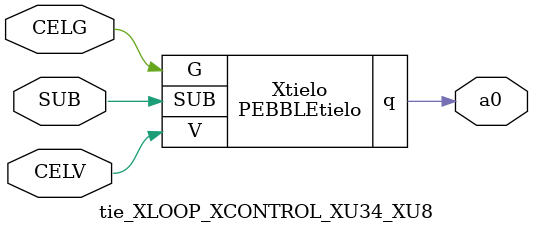
<source format=v>



module PEBBLEtielo ( q, G, SUB, V );

  input V;
  output q;
  input G;
  input SUB;
endmodule

//Celera Confidential Do Not Copy tie_XLOOP_XCONTROL_XU34_XU8
//Celera Confidential Symbol Generator
//TIE
module tie_XLOOP_XCONTROL_XU34_XU8 (CELV,CELG,a0,SUB);
input CELV;
input CELG;
output a0;
input SUB;

//Celera Confidential Do Not Copy tie
PEBBLEtielo Xtielo(
.V (CELV),
.q (a0),
.SUB (SUB),
.G (CELG)
);
//,diesize,PEBBLEtielo

//Celera Confidential Do Not Copy Module End
//Celera Schematic Generator
endmodule

</source>
